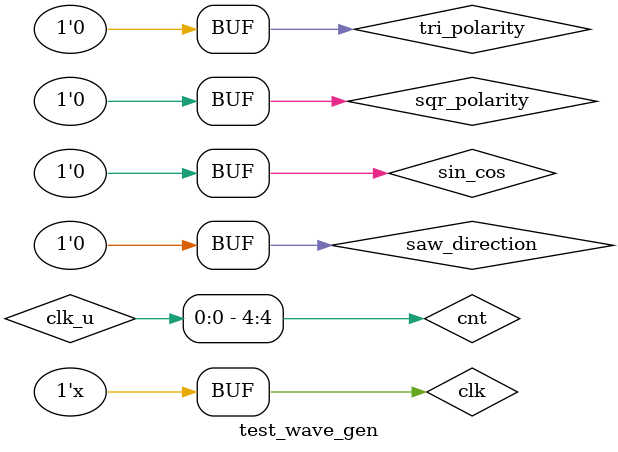
<source format=v>
`timescale 1ns / 1ps


module test_wave_gen();

    reg clk = 1'b0;
    wire clk_u;
    reg [4:0] cnt = 5'b0;
    assign clk_u = cnt[4];
    // 32-div in test, not 64-div, but should be enough for cordic
    
    reg sign = 1'b1;
    reg [11:0] phase = 12'h000;
    wire [11:0] sqr_wv;
    wire [11:0] saw_wv;
    wire [11:0] tri_wv;
    wire [11:0] sin_wv;
    
    reg sqr_polarity = 1'b0;
    reg saw_direction = 1'b0;
    reg tri_polarity = 1'b0;
    reg sin_cos = 1'b0;
    
    always #1 clk <= ~clk;
    always @ (posedge clk) cnt <= cnt + 1;
    always @ (posedge clk_u) begin
        phase = phase + 11'h010;
        sign = phase ? sign : ~sign;
    end
    
    sin_gen dutsin (
        .CLK(clk),
        .CLK_UPD(clk_u),
        .SIGN(sign),
        .PHASE(phase),
        .COS(sin_cos),
        .WAVE(sin_wv)
        );
    
    saw_gen dutsaw (
        .CLK_UPD(clk_u),
        .SIGN(sign),
        .PHASE(phase),
        .DIRECTION(saw_direction),
        .WAVE(saw_wv)
        );
    
    tri_gen duttri (
        .CLK_UPD(clk_u),
        .SIGN(sign),
        .PHASE(phase),
        .POLARITY(tri_polarity),
        .WAVE(tri_wv)
        );
    
    sqr_gen dutsqr (
        .CLK_UPD(clk_u),
        .SIGN(sign),
        .POLARITY(sqr_polarity),
        .WAVE(sqr_wv)
        );
    
endmodule

</source>
